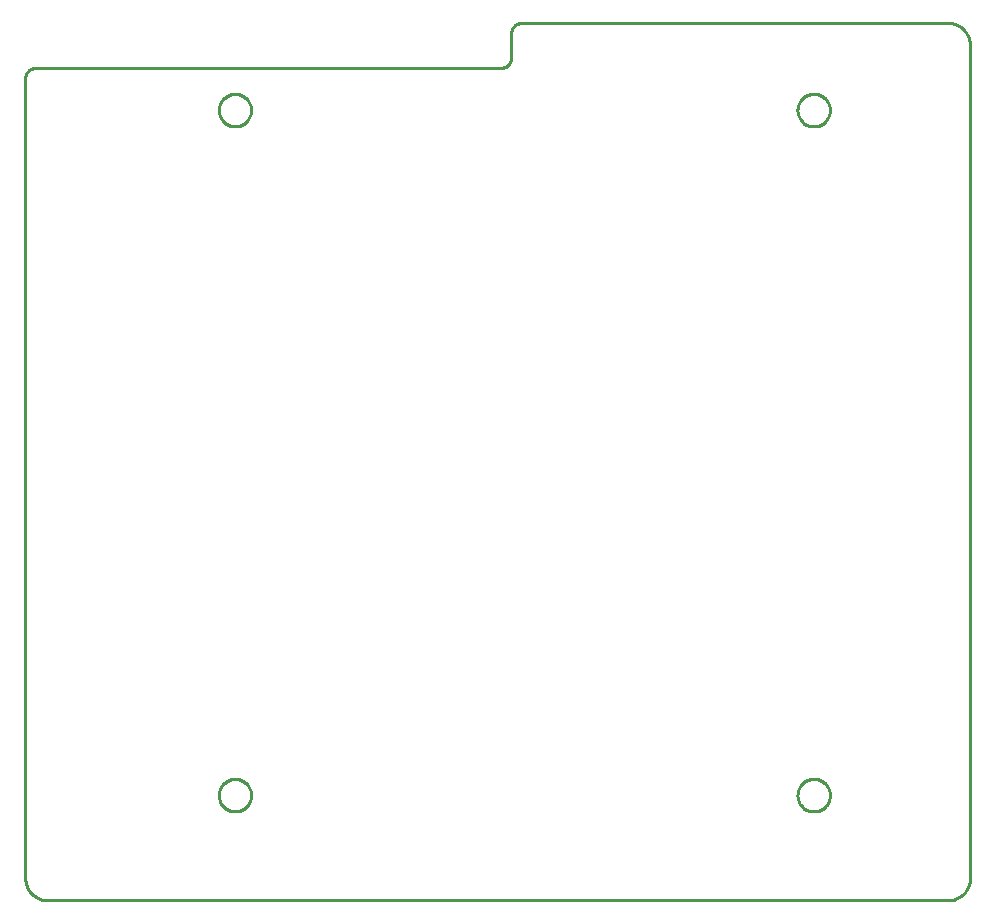
<source format=gko>
G04 EAGLE Gerber RS-274X export*
G75*
%MOMM*%
%FSLAX34Y34*%
%LPD*%
%INBoard Outline*%
%IPPOS*%
%AMOC8*
5,1,8,0,0,1.08239X$1,22.5*%
G01*
%ADD10C,0.152400*%
%ADD11C,0.000000*%
%ADD12C,0.254000*%


D10*
X-16764Y3048D02*
X-16764Y679958D01*
X-16761Y680173D01*
X-16754Y680388D01*
X-16741Y680602D01*
X-16722Y680816D01*
X-16699Y681030D01*
X-16671Y681243D01*
X-16637Y681455D01*
X-16598Y681666D01*
X-16555Y681876D01*
X-16506Y682086D01*
X-16452Y682293D01*
X-16393Y682500D01*
X-16329Y682705D01*
X-16260Y682909D01*
X-16186Y683110D01*
X-16108Y683310D01*
X-16024Y683508D01*
X-15936Y683704D01*
X-15843Y683898D01*
X-15746Y684089D01*
X-15644Y684278D01*
X-15537Y684465D01*
X-15426Y684649D01*
X-15310Y684830D01*
X-15190Y685008D01*
X-15066Y685183D01*
X-14938Y685356D01*
X-14805Y685525D01*
X-14669Y685691D01*
X-14528Y685853D01*
X-14384Y686012D01*
X-14236Y686168D01*
X-14084Y686320D01*
X-13928Y686468D01*
X-13769Y686612D01*
X-13607Y686753D01*
X-13441Y686889D01*
X-13272Y687022D01*
X-13099Y687150D01*
X-12924Y687274D01*
X-12746Y687394D01*
X-12565Y687510D01*
X-12381Y687621D01*
X-12194Y687728D01*
X-12005Y687830D01*
X-11814Y687927D01*
X-11620Y688020D01*
X-11424Y688108D01*
X-11226Y688192D01*
X-11026Y688270D01*
X-10825Y688344D01*
X-10621Y688413D01*
X-10416Y688477D01*
X-10209Y688536D01*
X-10002Y688590D01*
X-9792Y688639D01*
X-9582Y688682D01*
X-9371Y688721D01*
X-9159Y688755D01*
X-8946Y688783D01*
X-8732Y688806D01*
X-8518Y688825D01*
X-8304Y688838D01*
X-8089Y688845D01*
X-7874Y688848D01*
X385826Y688848D01*
X386041Y688851D01*
X386256Y688858D01*
X386470Y688871D01*
X386684Y688890D01*
X386898Y688913D01*
X387111Y688941D01*
X387323Y688975D01*
X387534Y689014D01*
X387744Y689057D01*
X387954Y689106D01*
X388161Y689160D01*
X388368Y689219D01*
X388573Y689283D01*
X388777Y689352D01*
X388978Y689426D01*
X389178Y689504D01*
X389376Y689588D01*
X389572Y689676D01*
X389766Y689769D01*
X389957Y689866D01*
X390146Y689968D01*
X390333Y690075D01*
X390517Y690186D01*
X390698Y690302D01*
X390876Y690422D01*
X391051Y690546D01*
X391224Y690674D01*
X391393Y690807D01*
X391559Y690943D01*
X391721Y691084D01*
X391880Y691228D01*
X392036Y691376D01*
X392188Y691528D01*
X392336Y691684D01*
X392480Y691843D01*
X392621Y692005D01*
X392757Y692171D01*
X392890Y692340D01*
X393018Y692513D01*
X393142Y692688D01*
X393262Y692866D01*
X393378Y693047D01*
X393489Y693231D01*
X393596Y693418D01*
X393698Y693607D01*
X393795Y693798D01*
X393888Y693992D01*
X393976Y694188D01*
X394060Y694386D01*
X394138Y694586D01*
X394212Y694787D01*
X394281Y694991D01*
X394345Y695196D01*
X394404Y695403D01*
X394458Y695610D01*
X394507Y695820D01*
X394550Y696030D01*
X394589Y696241D01*
X394623Y696453D01*
X394651Y696666D01*
X394674Y696880D01*
X394693Y697094D01*
X394706Y697308D01*
X394713Y697523D01*
X394716Y697738D01*
X394716Y718058D01*
X394719Y718273D01*
X394726Y718488D01*
X394739Y718702D01*
X394758Y718916D01*
X394781Y719130D01*
X394809Y719343D01*
X394843Y719555D01*
X394882Y719766D01*
X394925Y719976D01*
X394974Y720186D01*
X395028Y720393D01*
X395087Y720600D01*
X395151Y720805D01*
X395220Y721009D01*
X395294Y721210D01*
X395372Y721410D01*
X395456Y721608D01*
X395544Y721804D01*
X395637Y721998D01*
X395734Y722189D01*
X395836Y722378D01*
X395943Y722565D01*
X396054Y722749D01*
X396170Y722930D01*
X396290Y723108D01*
X396414Y723283D01*
X396542Y723456D01*
X396675Y723625D01*
X396811Y723791D01*
X396952Y723953D01*
X397096Y724112D01*
X397244Y724268D01*
X397396Y724420D01*
X397552Y724568D01*
X397711Y724712D01*
X397873Y724853D01*
X398039Y724989D01*
X398208Y725122D01*
X398381Y725250D01*
X398556Y725374D01*
X398734Y725494D01*
X398915Y725610D01*
X399099Y725721D01*
X399286Y725828D01*
X399475Y725930D01*
X399666Y726027D01*
X399860Y726120D01*
X400056Y726208D01*
X400254Y726292D01*
X400454Y726370D01*
X400655Y726444D01*
X400859Y726513D01*
X401064Y726577D01*
X401271Y726636D01*
X401478Y726690D01*
X401688Y726739D01*
X401898Y726782D01*
X402109Y726821D01*
X402321Y726855D01*
X402534Y726883D01*
X402748Y726906D01*
X402962Y726925D01*
X403176Y726938D01*
X403391Y726945D01*
X403606Y726948D01*
X764286Y726948D01*
X764746Y726942D01*
X765206Y726926D01*
X765666Y726898D01*
X766125Y726859D01*
X766582Y726809D01*
X767039Y726748D01*
X767493Y726676D01*
X767946Y726593D01*
X768397Y726499D01*
X768845Y726394D01*
X769291Y726279D01*
X769733Y726153D01*
X770173Y726016D01*
X770609Y725868D01*
X771041Y725710D01*
X771470Y725542D01*
X771894Y725363D01*
X772314Y725174D01*
X772729Y724975D01*
X773139Y724766D01*
X773544Y724547D01*
X773944Y724319D01*
X774338Y724080D01*
X774726Y723833D01*
X775108Y723576D01*
X775483Y723310D01*
X775852Y723035D01*
X776215Y722751D01*
X776570Y722458D01*
X776918Y722157D01*
X777259Y721848D01*
X777593Y721530D01*
X777918Y721205D01*
X778236Y720871D01*
X778545Y720530D01*
X778846Y720182D01*
X779139Y719827D01*
X779423Y719464D01*
X779698Y719095D01*
X779964Y718720D01*
X780221Y718338D01*
X780468Y717950D01*
X780707Y717556D01*
X780935Y717156D01*
X781154Y716751D01*
X781363Y716341D01*
X781562Y715926D01*
X781751Y715506D01*
X781930Y715082D01*
X782098Y714653D01*
X782256Y714221D01*
X782404Y713785D01*
X782541Y713345D01*
X782667Y712903D01*
X782782Y712457D01*
X782887Y712009D01*
X782981Y711558D01*
X783064Y711105D01*
X783136Y710651D01*
X783197Y710194D01*
X783247Y709737D01*
X783286Y709278D01*
X783314Y708818D01*
X783330Y708358D01*
X783336Y707898D01*
X783336Y3048D01*
X783330Y2588D01*
X783314Y2128D01*
X783286Y1668D01*
X783247Y1209D01*
X783197Y752D01*
X783136Y295D01*
X783064Y-159D01*
X782981Y-612D01*
X782887Y-1063D01*
X782782Y-1511D01*
X782667Y-1957D01*
X782541Y-2399D01*
X782404Y-2839D01*
X782256Y-3275D01*
X782098Y-3707D01*
X781930Y-4136D01*
X781751Y-4560D01*
X781562Y-4980D01*
X781363Y-5395D01*
X781154Y-5805D01*
X780935Y-6210D01*
X780707Y-6610D01*
X780468Y-7004D01*
X780221Y-7392D01*
X779964Y-7774D01*
X779698Y-8149D01*
X779423Y-8518D01*
X779139Y-8881D01*
X778846Y-9236D01*
X778545Y-9584D01*
X778236Y-9925D01*
X777918Y-10259D01*
X777593Y-10584D01*
X777259Y-10902D01*
X776918Y-11211D01*
X776570Y-11512D01*
X776215Y-11805D01*
X775852Y-12089D01*
X775483Y-12364D01*
X775108Y-12630D01*
X774726Y-12887D01*
X774338Y-13134D01*
X773944Y-13373D01*
X773544Y-13601D01*
X773139Y-13820D01*
X772729Y-14029D01*
X772314Y-14228D01*
X771894Y-14417D01*
X771470Y-14596D01*
X771041Y-14764D01*
X770609Y-14922D01*
X770173Y-15070D01*
X769733Y-15207D01*
X769291Y-15333D01*
X768845Y-15448D01*
X768397Y-15553D01*
X767946Y-15647D01*
X767493Y-15730D01*
X767039Y-15802D01*
X766582Y-15863D01*
X766125Y-15913D01*
X765666Y-15952D01*
X765206Y-15980D01*
X764746Y-15996D01*
X764286Y-16002D01*
X2286Y-16002D01*
X1826Y-15996D01*
X1366Y-15980D01*
X906Y-15952D01*
X447Y-15913D01*
X-10Y-15863D01*
X-467Y-15802D01*
X-921Y-15730D01*
X-1374Y-15647D01*
X-1825Y-15553D01*
X-2273Y-15448D01*
X-2719Y-15333D01*
X-3161Y-15207D01*
X-3601Y-15070D01*
X-4037Y-14922D01*
X-4469Y-14764D01*
X-4898Y-14596D01*
X-5322Y-14417D01*
X-5742Y-14228D01*
X-6157Y-14029D01*
X-6567Y-13820D01*
X-6972Y-13601D01*
X-7372Y-13373D01*
X-7766Y-13134D01*
X-8154Y-12887D01*
X-8536Y-12630D01*
X-8911Y-12364D01*
X-9280Y-12089D01*
X-9643Y-11805D01*
X-9998Y-11512D01*
X-10346Y-11211D01*
X-10687Y-10902D01*
X-11021Y-10584D01*
X-11346Y-10259D01*
X-11664Y-9925D01*
X-11973Y-9584D01*
X-12274Y-9236D01*
X-12567Y-8881D01*
X-12851Y-8518D01*
X-13126Y-8149D01*
X-13392Y-7774D01*
X-13649Y-7392D01*
X-13896Y-7004D01*
X-14135Y-6610D01*
X-14363Y-6210D01*
X-14582Y-5805D01*
X-14791Y-5395D01*
X-14990Y-4980D01*
X-15179Y-4560D01*
X-15358Y-4136D01*
X-15526Y-3707D01*
X-15684Y-3275D01*
X-15832Y-2839D01*
X-15969Y-2399D01*
X-16095Y-1957D01*
X-16210Y-1511D01*
X-16315Y-1063D01*
X-16409Y-612D01*
X-16492Y-159D01*
X-16564Y295D01*
X-16625Y752D01*
X-16675Y1209D01*
X-16714Y1668D01*
X-16742Y2128D01*
X-16758Y2588D01*
X-16764Y3048D01*
D11*
X637050Y73100D02*
X637054Y73437D01*
X637067Y73775D01*
X637087Y74112D01*
X637116Y74448D01*
X637153Y74783D01*
X637199Y75118D01*
X637252Y75451D01*
X637314Y75782D01*
X637384Y76113D01*
X637462Y76441D01*
X637548Y76767D01*
X637642Y77091D01*
X637744Y77413D01*
X637854Y77732D01*
X637971Y78049D01*
X638097Y78362D01*
X638230Y78672D01*
X638370Y78979D01*
X638518Y79282D01*
X638674Y79582D01*
X638836Y79877D01*
X639006Y80169D01*
X639183Y80456D01*
X639367Y80739D01*
X639558Y81017D01*
X639756Y81291D01*
X639960Y81559D01*
X640171Y81823D01*
X640388Y82081D01*
X640612Y82334D01*
X640842Y82581D01*
X641077Y82823D01*
X641319Y83058D01*
X641566Y83288D01*
X641819Y83512D01*
X642077Y83729D01*
X642341Y83940D01*
X642609Y84144D01*
X642883Y84342D01*
X643161Y84533D01*
X643444Y84717D01*
X643731Y84894D01*
X644023Y85064D01*
X644318Y85226D01*
X644618Y85382D01*
X644921Y85530D01*
X645228Y85670D01*
X645538Y85803D01*
X645851Y85929D01*
X646168Y86046D01*
X646487Y86156D01*
X646809Y86258D01*
X647133Y86352D01*
X647459Y86438D01*
X647787Y86516D01*
X648118Y86586D01*
X648449Y86648D01*
X648782Y86701D01*
X649117Y86747D01*
X649452Y86784D01*
X649788Y86813D01*
X650125Y86833D01*
X650463Y86846D01*
X650800Y86850D01*
X651137Y86846D01*
X651475Y86833D01*
X651812Y86813D01*
X652148Y86784D01*
X652483Y86747D01*
X652818Y86701D01*
X653151Y86648D01*
X653482Y86586D01*
X653813Y86516D01*
X654141Y86438D01*
X654467Y86352D01*
X654791Y86258D01*
X655113Y86156D01*
X655432Y86046D01*
X655749Y85929D01*
X656062Y85803D01*
X656372Y85670D01*
X656679Y85530D01*
X656982Y85382D01*
X657282Y85226D01*
X657577Y85064D01*
X657869Y84894D01*
X658156Y84717D01*
X658439Y84533D01*
X658717Y84342D01*
X658991Y84144D01*
X659259Y83940D01*
X659523Y83729D01*
X659781Y83512D01*
X660034Y83288D01*
X660281Y83058D01*
X660523Y82823D01*
X660758Y82581D01*
X660988Y82334D01*
X661212Y82081D01*
X661429Y81823D01*
X661640Y81559D01*
X661844Y81291D01*
X662042Y81017D01*
X662233Y80739D01*
X662417Y80456D01*
X662594Y80169D01*
X662764Y79877D01*
X662926Y79582D01*
X663082Y79282D01*
X663230Y78979D01*
X663370Y78672D01*
X663503Y78362D01*
X663629Y78049D01*
X663746Y77732D01*
X663856Y77413D01*
X663958Y77091D01*
X664052Y76767D01*
X664138Y76441D01*
X664216Y76113D01*
X664286Y75782D01*
X664348Y75451D01*
X664401Y75118D01*
X664447Y74783D01*
X664484Y74448D01*
X664513Y74112D01*
X664533Y73775D01*
X664546Y73437D01*
X664550Y73100D01*
X664546Y72763D01*
X664533Y72425D01*
X664513Y72088D01*
X664484Y71752D01*
X664447Y71417D01*
X664401Y71082D01*
X664348Y70749D01*
X664286Y70418D01*
X664216Y70087D01*
X664138Y69759D01*
X664052Y69433D01*
X663958Y69109D01*
X663856Y68787D01*
X663746Y68468D01*
X663629Y68151D01*
X663503Y67838D01*
X663370Y67528D01*
X663230Y67221D01*
X663082Y66918D01*
X662926Y66618D01*
X662764Y66323D01*
X662594Y66031D01*
X662417Y65744D01*
X662233Y65461D01*
X662042Y65183D01*
X661844Y64909D01*
X661640Y64641D01*
X661429Y64377D01*
X661212Y64119D01*
X660988Y63866D01*
X660758Y63619D01*
X660523Y63377D01*
X660281Y63142D01*
X660034Y62912D01*
X659781Y62688D01*
X659523Y62471D01*
X659259Y62260D01*
X658991Y62056D01*
X658717Y61858D01*
X658439Y61667D01*
X658156Y61483D01*
X657869Y61306D01*
X657577Y61136D01*
X657282Y60974D01*
X656982Y60818D01*
X656679Y60670D01*
X656372Y60530D01*
X656062Y60397D01*
X655749Y60271D01*
X655432Y60154D01*
X655113Y60044D01*
X654791Y59942D01*
X654467Y59848D01*
X654141Y59762D01*
X653813Y59684D01*
X653482Y59614D01*
X653151Y59552D01*
X652818Y59499D01*
X652483Y59453D01*
X652148Y59416D01*
X651812Y59387D01*
X651475Y59367D01*
X651137Y59354D01*
X650800Y59350D01*
X650463Y59354D01*
X650125Y59367D01*
X649788Y59387D01*
X649452Y59416D01*
X649117Y59453D01*
X648782Y59499D01*
X648449Y59552D01*
X648118Y59614D01*
X647787Y59684D01*
X647459Y59762D01*
X647133Y59848D01*
X646809Y59942D01*
X646487Y60044D01*
X646168Y60154D01*
X645851Y60271D01*
X645538Y60397D01*
X645228Y60530D01*
X644921Y60670D01*
X644618Y60818D01*
X644318Y60974D01*
X644023Y61136D01*
X643731Y61306D01*
X643444Y61483D01*
X643161Y61667D01*
X642883Y61858D01*
X642609Y62056D01*
X642341Y62260D01*
X642077Y62471D01*
X641819Y62688D01*
X641566Y62912D01*
X641319Y63142D01*
X641077Y63377D01*
X640842Y63619D01*
X640612Y63866D01*
X640388Y64119D01*
X640171Y64377D01*
X639960Y64641D01*
X639756Y64909D01*
X639558Y65183D01*
X639367Y65461D01*
X639183Y65744D01*
X639006Y66031D01*
X638836Y66323D01*
X638674Y66618D01*
X638518Y66918D01*
X638370Y67221D01*
X638230Y67528D01*
X638097Y67838D01*
X637971Y68151D01*
X637854Y68468D01*
X637744Y68787D01*
X637642Y69109D01*
X637548Y69433D01*
X637462Y69759D01*
X637384Y70087D01*
X637314Y70418D01*
X637252Y70749D01*
X637199Y71082D01*
X637153Y71417D01*
X637116Y71752D01*
X637087Y72088D01*
X637067Y72425D01*
X637054Y72763D01*
X637050Y73100D01*
X637050Y653100D02*
X637054Y653437D01*
X637067Y653775D01*
X637087Y654112D01*
X637116Y654448D01*
X637153Y654783D01*
X637199Y655118D01*
X637252Y655451D01*
X637314Y655782D01*
X637384Y656113D01*
X637462Y656441D01*
X637548Y656767D01*
X637642Y657091D01*
X637744Y657413D01*
X637854Y657732D01*
X637971Y658049D01*
X638097Y658362D01*
X638230Y658672D01*
X638370Y658979D01*
X638518Y659282D01*
X638674Y659582D01*
X638836Y659877D01*
X639006Y660169D01*
X639183Y660456D01*
X639367Y660739D01*
X639558Y661017D01*
X639756Y661291D01*
X639960Y661559D01*
X640171Y661823D01*
X640388Y662081D01*
X640612Y662334D01*
X640842Y662581D01*
X641077Y662823D01*
X641319Y663058D01*
X641566Y663288D01*
X641819Y663512D01*
X642077Y663729D01*
X642341Y663940D01*
X642609Y664144D01*
X642883Y664342D01*
X643161Y664533D01*
X643444Y664717D01*
X643731Y664894D01*
X644023Y665064D01*
X644318Y665226D01*
X644618Y665382D01*
X644921Y665530D01*
X645228Y665670D01*
X645538Y665803D01*
X645851Y665929D01*
X646168Y666046D01*
X646487Y666156D01*
X646809Y666258D01*
X647133Y666352D01*
X647459Y666438D01*
X647787Y666516D01*
X648118Y666586D01*
X648449Y666648D01*
X648782Y666701D01*
X649117Y666747D01*
X649452Y666784D01*
X649788Y666813D01*
X650125Y666833D01*
X650463Y666846D01*
X650800Y666850D01*
X651137Y666846D01*
X651475Y666833D01*
X651812Y666813D01*
X652148Y666784D01*
X652483Y666747D01*
X652818Y666701D01*
X653151Y666648D01*
X653482Y666586D01*
X653813Y666516D01*
X654141Y666438D01*
X654467Y666352D01*
X654791Y666258D01*
X655113Y666156D01*
X655432Y666046D01*
X655749Y665929D01*
X656062Y665803D01*
X656372Y665670D01*
X656679Y665530D01*
X656982Y665382D01*
X657282Y665226D01*
X657577Y665064D01*
X657869Y664894D01*
X658156Y664717D01*
X658439Y664533D01*
X658717Y664342D01*
X658991Y664144D01*
X659259Y663940D01*
X659523Y663729D01*
X659781Y663512D01*
X660034Y663288D01*
X660281Y663058D01*
X660523Y662823D01*
X660758Y662581D01*
X660988Y662334D01*
X661212Y662081D01*
X661429Y661823D01*
X661640Y661559D01*
X661844Y661291D01*
X662042Y661017D01*
X662233Y660739D01*
X662417Y660456D01*
X662594Y660169D01*
X662764Y659877D01*
X662926Y659582D01*
X663082Y659282D01*
X663230Y658979D01*
X663370Y658672D01*
X663503Y658362D01*
X663629Y658049D01*
X663746Y657732D01*
X663856Y657413D01*
X663958Y657091D01*
X664052Y656767D01*
X664138Y656441D01*
X664216Y656113D01*
X664286Y655782D01*
X664348Y655451D01*
X664401Y655118D01*
X664447Y654783D01*
X664484Y654448D01*
X664513Y654112D01*
X664533Y653775D01*
X664546Y653437D01*
X664550Y653100D01*
X664546Y652763D01*
X664533Y652425D01*
X664513Y652088D01*
X664484Y651752D01*
X664447Y651417D01*
X664401Y651082D01*
X664348Y650749D01*
X664286Y650418D01*
X664216Y650087D01*
X664138Y649759D01*
X664052Y649433D01*
X663958Y649109D01*
X663856Y648787D01*
X663746Y648468D01*
X663629Y648151D01*
X663503Y647838D01*
X663370Y647528D01*
X663230Y647221D01*
X663082Y646918D01*
X662926Y646618D01*
X662764Y646323D01*
X662594Y646031D01*
X662417Y645744D01*
X662233Y645461D01*
X662042Y645183D01*
X661844Y644909D01*
X661640Y644641D01*
X661429Y644377D01*
X661212Y644119D01*
X660988Y643866D01*
X660758Y643619D01*
X660523Y643377D01*
X660281Y643142D01*
X660034Y642912D01*
X659781Y642688D01*
X659523Y642471D01*
X659259Y642260D01*
X658991Y642056D01*
X658717Y641858D01*
X658439Y641667D01*
X658156Y641483D01*
X657869Y641306D01*
X657577Y641136D01*
X657282Y640974D01*
X656982Y640818D01*
X656679Y640670D01*
X656372Y640530D01*
X656062Y640397D01*
X655749Y640271D01*
X655432Y640154D01*
X655113Y640044D01*
X654791Y639942D01*
X654467Y639848D01*
X654141Y639762D01*
X653813Y639684D01*
X653482Y639614D01*
X653151Y639552D01*
X652818Y639499D01*
X652483Y639453D01*
X652148Y639416D01*
X651812Y639387D01*
X651475Y639367D01*
X651137Y639354D01*
X650800Y639350D01*
X650463Y639354D01*
X650125Y639367D01*
X649788Y639387D01*
X649452Y639416D01*
X649117Y639453D01*
X648782Y639499D01*
X648449Y639552D01*
X648118Y639614D01*
X647787Y639684D01*
X647459Y639762D01*
X647133Y639848D01*
X646809Y639942D01*
X646487Y640044D01*
X646168Y640154D01*
X645851Y640271D01*
X645538Y640397D01*
X645228Y640530D01*
X644921Y640670D01*
X644618Y640818D01*
X644318Y640974D01*
X644023Y641136D01*
X643731Y641306D01*
X643444Y641483D01*
X643161Y641667D01*
X642883Y641858D01*
X642609Y642056D01*
X642341Y642260D01*
X642077Y642471D01*
X641819Y642688D01*
X641566Y642912D01*
X641319Y643142D01*
X641077Y643377D01*
X640842Y643619D01*
X640612Y643866D01*
X640388Y644119D01*
X640171Y644377D01*
X639960Y644641D01*
X639756Y644909D01*
X639558Y645183D01*
X639367Y645461D01*
X639183Y645744D01*
X639006Y646031D01*
X638836Y646323D01*
X638674Y646618D01*
X638518Y646918D01*
X638370Y647221D01*
X638230Y647528D01*
X638097Y647838D01*
X637971Y648151D01*
X637854Y648468D01*
X637744Y648787D01*
X637642Y649109D01*
X637548Y649433D01*
X637462Y649759D01*
X637384Y650087D01*
X637314Y650418D01*
X637252Y650749D01*
X637199Y651082D01*
X637153Y651417D01*
X637116Y651752D01*
X637087Y652088D01*
X637067Y652425D01*
X637054Y652763D01*
X637050Y653100D01*
X147050Y73100D02*
X147054Y73437D01*
X147067Y73775D01*
X147087Y74112D01*
X147116Y74448D01*
X147153Y74783D01*
X147199Y75118D01*
X147252Y75451D01*
X147314Y75782D01*
X147384Y76113D01*
X147462Y76441D01*
X147548Y76767D01*
X147642Y77091D01*
X147744Y77413D01*
X147854Y77732D01*
X147971Y78049D01*
X148097Y78362D01*
X148230Y78672D01*
X148370Y78979D01*
X148518Y79282D01*
X148674Y79582D01*
X148836Y79877D01*
X149006Y80169D01*
X149183Y80456D01*
X149367Y80739D01*
X149558Y81017D01*
X149756Y81291D01*
X149960Y81559D01*
X150171Y81823D01*
X150388Y82081D01*
X150612Y82334D01*
X150842Y82581D01*
X151077Y82823D01*
X151319Y83058D01*
X151566Y83288D01*
X151819Y83512D01*
X152077Y83729D01*
X152341Y83940D01*
X152609Y84144D01*
X152883Y84342D01*
X153161Y84533D01*
X153444Y84717D01*
X153731Y84894D01*
X154023Y85064D01*
X154318Y85226D01*
X154618Y85382D01*
X154921Y85530D01*
X155228Y85670D01*
X155538Y85803D01*
X155851Y85929D01*
X156168Y86046D01*
X156487Y86156D01*
X156809Y86258D01*
X157133Y86352D01*
X157459Y86438D01*
X157787Y86516D01*
X158118Y86586D01*
X158449Y86648D01*
X158782Y86701D01*
X159117Y86747D01*
X159452Y86784D01*
X159788Y86813D01*
X160125Y86833D01*
X160463Y86846D01*
X160800Y86850D01*
X161137Y86846D01*
X161475Y86833D01*
X161812Y86813D01*
X162148Y86784D01*
X162483Y86747D01*
X162818Y86701D01*
X163151Y86648D01*
X163482Y86586D01*
X163813Y86516D01*
X164141Y86438D01*
X164467Y86352D01*
X164791Y86258D01*
X165113Y86156D01*
X165432Y86046D01*
X165749Y85929D01*
X166062Y85803D01*
X166372Y85670D01*
X166679Y85530D01*
X166982Y85382D01*
X167282Y85226D01*
X167577Y85064D01*
X167869Y84894D01*
X168156Y84717D01*
X168439Y84533D01*
X168717Y84342D01*
X168991Y84144D01*
X169259Y83940D01*
X169523Y83729D01*
X169781Y83512D01*
X170034Y83288D01*
X170281Y83058D01*
X170523Y82823D01*
X170758Y82581D01*
X170988Y82334D01*
X171212Y82081D01*
X171429Y81823D01*
X171640Y81559D01*
X171844Y81291D01*
X172042Y81017D01*
X172233Y80739D01*
X172417Y80456D01*
X172594Y80169D01*
X172764Y79877D01*
X172926Y79582D01*
X173082Y79282D01*
X173230Y78979D01*
X173370Y78672D01*
X173503Y78362D01*
X173629Y78049D01*
X173746Y77732D01*
X173856Y77413D01*
X173958Y77091D01*
X174052Y76767D01*
X174138Y76441D01*
X174216Y76113D01*
X174286Y75782D01*
X174348Y75451D01*
X174401Y75118D01*
X174447Y74783D01*
X174484Y74448D01*
X174513Y74112D01*
X174533Y73775D01*
X174546Y73437D01*
X174550Y73100D01*
X174546Y72763D01*
X174533Y72425D01*
X174513Y72088D01*
X174484Y71752D01*
X174447Y71417D01*
X174401Y71082D01*
X174348Y70749D01*
X174286Y70418D01*
X174216Y70087D01*
X174138Y69759D01*
X174052Y69433D01*
X173958Y69109D01*
X173856Y68787D01*
X173746Y68468D01*
X173629Y68151D01*
X173503Y67838D01*
X173370Y67528D01*
X173230Y67221D01*
X173082Y66918D01*
X172926Y66618D01*
X172764Y66323D01*
X172594Y66031D01*
X172417Y65744D01*
X172233Y65461D01*
X172042Y65183D01*
X171844Y64909D01*
X171640Y64641D01*
X171429Y64377D01*
X171212Y64119D01*
X170988Y63866D01*
X170758Y63619D01*
X170523Y63377D01*
X170281Y63142D01*
X170034Y62912D01*
X169781Y62688D01*
X169523Y62471D01*
X169259Y62260D01*
X168991Y62056D01*
X168717Y61858D01*
X168439Y61667D01*
X168156Y61483D01*
X167869Y61306D01*
X167577Y61136D01*
X167282Y60974D01*
X166982Y60818D01*
X166679Y60670D01*
X166372Y60530D01*
X166062Y60397D01*
X165749Y60271D01*
X165432Y60154D01*
X165113Y60044D01*
X164791Y59942D01*
X164467Y59848D01*
X164141Y59762D01*
X163813Y59684D01*
X163482Y59614D01*
X163151Y59552D01*
X162818Y59499D01*
X162483Y59453D01*
X162148Y59416D01*
X161812Y59387D01*
X161475Y59367D01*
X161137Y59354D01*
X160800Y59350D01*
X160463Y59354D01*
X160125Y59367D01*
X159788Y59387D01*
X159452Y59416D01*
X159117Y59453D01*
X158782Y59499D01*
X158449Y59552D01*
X158118Y59614D01*
X157787Y59684D01*
X157459Y59762D01*
X157133Y59848D01*
X156809Y59942D01*
X156487Y60044D01*
X156168Y60154D01*
X155851Y60271D01*
X155538Y60397D01*
X155228Y60530D01*
X154921Y60670D01*
X154618Y60818D01*
X154318Y60974D01*
X154023Y61136D01*
X153731Y61306D01*
X153444Y61483D01*
X153161Y61667D01*
X152883Y61858D01*
X152609Y62056D01*
X152341Y62260D01*
X152077Y62471D01*
X151819Y62688D01*
X151566Y62912D01*
X151319Y63142D01*
X151077Y63377D01*
X150842Y63619D01*
X150612Y63866D01*
X150388Y64119D01*
X150171Y64377D01*
X149960Y64641D01*
X149756Y64909D01*
X149558Y65183D01*
X149367Y65461D01*
X149183Y65744D01*
X149006Y66031D01*
X148836Y66323D01*
X148674Y66618D01*
X148518Y66918D01*
X148370Y67221D01*
X148230Y67528D01*
X148097Y67838D01*
X147971Y68151D01*
X147854Y68468D01*
X147744Y68787D01*
X147642Y69109D01*
X147548Y69433D01*
X147462Y69759D01*
X147384Y70087D01*
X147314Y70418D01*
X147252Y70749D01*
X147199Y71082D01*
X147153Y71417D01*
X147116Y71752D01*
X147087Y72088D01*
X147067Y72425D01*
X147054Y72763D01*
X147050Y73100D01*
X147050Y653100D02*
X147054Y653437D01*
X147067Y653775D01*
X147087Y654112D01*
X147116Y654448D01*
X147153Y654783D01*
X147199Y655118D01*
X147252Y655451D01*
X147314Y655782D01*
X147384Y656113D01*
X147462Y656441D01*
X147548Y656767D01*
X147642Y657091D01*
X147744Y657413D01*
X147854Y657732D01*
X147971Y658049D01*
X148097Y658362D01*
X148230Y658672D01*
X148370Y658979D01*
X148518Y659282D01*
X148674Y659582D01*
X148836Y659877D01*
X149006Y660169D01*
X149183Y660456D01*
X149367Y660739D01*
X149558Y661017D01*
X149756Y661291D01*
X149960Y661559D01*
X150171Y661823D01*
X150388Y662081D01*
X150612Y662334D01*
X150842Y662581D01*
X151077Y662823D01*
X151319Y663058D01*
X151566Y663288D01*
X151819Y663512D01*
X152077Y663729D01*
X152341Y663940D01*
X152609Y664144D01*
X152883Y664342D01*
X153161Y664533D01*
X153444Y664717D01*
X153731Y664894D01*
X154023Y665064D01*
X154318Y665226D01*
X154618Y665382D01*
X154921Y665530D01*
X155228Y665670D01*
X155538Y665803D01*
X155851Y665929D01*
X156168Y666046D01*
X156487Y666156D01*
X156809Y666258D01*
X157133Y666352D01*
X157459Y666438D01*
X157787Y666516D01*
X158118Y666586D01*
X158449Y666648D01*
X158782Y666701D01*
X159117Y666747D01*
X159452Y666784D01*
X159788Y666813D01*
X160125Y666833D01*
X160463Y666846D01*
X160800Y666850D01*
X161137Y666846D01*
X161475Y666833D01*
X161812Y666813D01*
X162148Y666784D01*
X162483Y666747D01*
X162818Y666701D01*
X163151Y666648D01*
X163482Y666586D01*
X163813Y666516D01*
X164141Y666438D01*
X164467Y666352D01*
X164791Y666258D01*
X165113Y666156D01*
X165432Y666046D01*
X165749Y665929D01*
X166062Y665803D01*
X166372Y665670D01*
X166679Y665530D01*
X166982Y665382D01*
X167282Y665226D01*
X167577Y665064D01*
X167869Y664894D01*
X168156Y664717D01*
X168439Y664533D01*
X168717Y664342D01*
X168991Y664144D01*
X169259Y663940D01*
X169523Y663729D01*
X169781Y663512D01*
X170034Y663288D01*
X170281Y663058D01*
X170523Y662823D01*
X170758Y662581D01*
X170988Y662334D01*
X171212Y662081D01*
X171429Y661823D01*
X171640Y661559D01*
X171844Y661291D01*
X172042Y661017D01*
X172233Y660739D01*
X172417Y660456D01*
X172594Y660169D01*
X172764Y659877D01*
X172926Y659582D01*
X173082Y659282D01*
X173230Y658979D01*
X173370Y658672D01*
X173503Y658362D01*
X173629Y658049D01*
X173746Y657732D01*
X173856Y657413D01*
X173958Y657091D01*
X174052Y656767D01*
X174138Y656441D01*
X174216Y656113D01*
X174286Y655782D01*
X174348Y655451D01*
X174401Y655118D01*
X174447Y654783D01*
X174484Y654448D01*
X174513Y654112D01*
X174533Y653775D01*
X174546Y653437D01*
X174550Y653100D01*
X174546Y652763D01*
X174533Y652425D01*
X174513Y652088D01*
X174484Y651752D01*
X174447Y651417D01*
X174401Y651082D01*
X174348Y650749D01*
X174286Y650418D01*
X174216Y650087D01*
X174138Y649759D01*
X174052Y649433D01*
X173958Y649109D01*
X173856Y648787D01*
X173746Y648468D01*
X173629Y648151D01*
X173503Y647838D01*
X173370Y647528D01*
X173230Y647221D01*
X173082Y646918D01*
X172926Y646618D01*
X172764Y646323D01*
X172594Y646031D01*
X172417Y645744D01*
X172233Y645461D01*
X172042Y645183D01*
X171844Y644909D01*
X171640Y644641D01*
X171429Y644377D01*
X171212Y644119D01*
X170988Y643866D01*
X170758Y643619D01*
X170523Y643377D01*
X170281Y643142D01*
X170034Y642912D01*
X169781Y642688D01*
X169523Y642471D01*
X169259Y642260D01*
X168991Y642056D01*
X168717Y641858D01*
X168439Y641667D01*
X168156Y641483D01*
X167869Y641306D01*
X167577Y641136D01*
X167282Y640974D01*
X166982Y640818D01*
X166679Y640670D01*
X166372Y640530D01*
X166062Y640397D01*
X165749Y640271D01*
X165432Y640154D01*
X165113Y640044D01*
X164791Y639942D01*
X164467Y639848D01*
X164141Y639762D01*
X163813Y639684D01*
X163482Y639614D01*
X163151Y639552D01*
X162818Y639499D01*
X162483Y639453D01*
X162148Y639416D01*
X161812Y639387D01*
X161475Y639367D01*
X161137Y639354D01*
X160800Y639350D01*
X160463Y639354D01*
X160125Y639367D01*
X159788Y639387D01*
X159452Y639416D01*
X159117Y639453D01*
X158782Y639499D01*
X158449Y639552D01*
X158118Y639614D01*
X157787Y639684D01*
X157459Y639762D01*
X157133Y639848D01*
X156809Y639942D01*
X156487Y640044D01*
X156168Y640154D01*
X155851Y640271D01*
X155538Y640397D01*
X155228Y640530D01*
X154921Y640670D01*
X154618Y640818D01*
X154318Y640974D01*
X154023Y641136D01*
X153731Y641306D01*
X153444Y641483D01*
X153161Y641667D01*
X152883Y641858D01*
X152609Y642056D01*
X152341Y642260D01*
X152077Y642471D01*
X151819Y642688D01*
X151566Y642912D01*
X151319Y643142D01*
X151077Y643377D01*
X150842Y643619D01*
X150612Y643866D01*
X150388Y644119D01*
X150171Y644377D01*
X149960Y644641D01*
X149756Y644909D01*
X149558Y645183D01*
X149367Y645461D01*
X149183Y645744D01*
X149006Y646031D01*
X148836Y646323D01*
X148674Y646618D01*
X148518Y646918D01*
X148370Y647221D01*
X148230Y647528D01*
X148097Y647838D01*
X147971Y648151D01*
X147854Y648468D01*
X147744Y648787D01*
X147642Y649109D01*
X147548Y649433D01*
X147462Y649759D01*
X147384Y650087D01*
X147314Y650418D01*
X147252Y650749D01*
X147199Y651082D01*
X147153Y651417D01*
X147116Y651752D01*
X147087Y652088D01*
X147067Y652425D01*
X147054Y652763D01*
X147050Y653100D01*
D12*
X-16764Y3048D02*
X-16692Y1388D01*
X-16475Y-260D01*
X-16115Y-1883D01*
X-15615Y-3468D01*
X-14979Y-5003D01*
X-14212Y-6477D01*
X-13319Y-7879D01*
X-12307Y-9197D01*
X-11184Y-10422D01*
X-9959Y-11545D01*
X-8641Y-12557D01*
X-7239Y-13450D01*
X-5765Y-14217D01*
X-4229Y-14853D01*
X-2645Y-15353D01*
X-1022Y-15713D01*
X626Y-15930D01*
X2286Y-16002D01*
X764286Y-16002D01*
X765946Y-15930D01*
X767594Y-15713D01*
X769217Y-15353D01*
X770802Y-14853D01*
X772337Y-14217D01*
X773811Y-13450D01*
X775213Y-12557D01*
X776531Y-11545D01*
X777756Y-10422D01*
X778879Y-9197D01*
X779891Y-7879D01*
X780784Y-6477D01*
X781551Y-5003D01*
X782187Y-3468D01*
X782687Y-1883D01*
X783047Y-260D01*
X783264Y1388D01*
X783336Y3048D01*
X783336Y707898D01*
X783264Y709558D01*
X783047Y711206D01*
X782687Y712829D01*
X782187Y714413D01*
X781551Y715949D01*
X780784Y717423D01*
X779891Y718825D01*
X778879Y720143D01*
X777756Y721368D01*
X776531Y722491D01*
X775213Y723503D01*
X773811Y724396D01*
X772337Y725163D01*
X770801Y725799D01*
X769217Y726299D01*
X767594Y726659D01*
X765946Y726876D01*
X764286Y726948D01*
X403606Y726948D01*
X402831Y726914D01*
X402062Y726813D01*
X401305Y726645D01*
X400565Y726412D01*
X399849Y726115D01*
X399161Y725757D01*
X398507Y725340D01*
X397892Y724868D01*
X397320Y724344D01*
X396796Y723772D01*
X396324Y723157D01*
X395907Y722503D01*
X395549Y721815D01*
X395252Y721099D01*
X395019Y720359D01*
X394851Y719602D01*
X394750Y718833D01*
X394716Y718058D01*
X394716Y697738D01*
X394682Y696963D01*
X394581Y696194D01*
X394413Y695437D01*
X394180Y694697D01*
X393883Y693981D01*
X393525Y693293D01*
X393108Y692639D01*
X392636Y692024D01*
X392112Y691452D01*
X391540Y690928D01*
X390925Y690456D01*
X390271Y690039D01*
X389583Y689681D01*
X388867Y689384D01*
X388127Y689151D01*
X387370Y688983D01*
X386601Y688882D01*
X385826Y688848D01*
X-7874Y688848D01*
X-8649Y688814D01*
X-9418Y688713D01*
X-10175Y688545D01*
X-10915Y688312D01*
X-11631Y688015D01*
X-12319Y687657D01*
X-12973Y687240D01*
X-13588Y686768D01*
X-14160Y686244D01*
X-14684Y685672D01*
X-15156Y685057D01*
X-15573Y684403D01*
X-15931Y683715D01*
X-16228Y682999D01*
X-16461Y682259D01*
X-16629Y681502D01*
X-16730Y680733D01*
X-16764Y679958D01*
X-16764Y3048D01*
X651291Y86850D02*
X652271Y86780D01*
X653243Y86640D01*
X654203Y86431D01*
X655145Y86155D01*
X656065Y85811D01*
X656959Y85403D01*
X657821Y84933D01*
X658647Y84402D01*
X659433Y83813D01*
X660175Y83170D01*
X660870Y82475D01*
X661513Y81733D01*
X662102Y80947D01*
X662633Y80121D01*
X663103Y79259D01*
X663511Y78365D01*
X663855Y77445D01*
X664131Y76503D01*
X664340Y75543D01*
X664480Y74571D01*
X664550Y73591D01*
X664550Y72609D01*
X664480Y71629D01*
X664340Y70657D01*
X664131Y69697D01*
X663855Y68755D01*
X663511Y67835D01*
X663103Y66941D01*
X662633Y66079D01*
X662102Y65253D01*
X661513Y64467D01*
X660870Y63725D01*
X660175Y63030D01*
X659433Y62387D01*
X658647Y61798D01*
X657821Y61267D01*
X656959Y60797D01*
X656065Y60389D01*
X655145Y60045D01*
X654203Y59769D01*
X653243Y59560D01*
X652271Y59420D01*
X651291Y59350D01*
X650309Y59350D01*
X649329Y59420D01*
X648357Y59560D01*
X647397Y59769D01*
X646455Y60045D01*
X645535Y60389D01*
X644641Y60797D01*
X643779Y61267D01*
X642953Y61798D01*
X642167Y62387D01*
X641425Y63030D01*
X640730Y63725D01*
X640087Y64467D01*
X639498Y65253D01*
X638967Y66079D01*
X638497Y66941D01*
X638089Y67835D01*
X637745Y68755D01*
X637469Y69697D01*
X637260Y70657D01*
X637120Y71629D01*
X637050Y72609D01*
X637050Y73591D01*
X637120Y74571D01*
X637260Y75543D01*
X637469Y76503D01*
X637745Y77445D01*
X638089Y78365D01*
X638497Y79259D01*
X638967Y80121D01*
X639498Y80947D01*
X640087Y81733D01*
X640730Y82475D01*
X641425Y83170D01*
X642167Y83813D01*
X642953Y84402D01*
X643779Y84933D01*
X644641Y85403D01*
X645535Y85811D01*
X646455Y86155D01*
X647397Y86431D01*
X648357Y86640D01*
X649329Y86780D01*
X650309Y86850D01*
X651291Y86850D01*
X651291Y666850D02*
X652271Y666780D01*
X653243Y666640D01*
X654203Y666431D01*
X655145Y666155D01*
X656065Y665811D01*
X656959Y665403D01*
X657821Y664933D01*
X658647Y664402D01*
X659433Y663813D01*
X660175Y663170D01*
X660870Y662475D01*
X661513Y661733D01*
X662102Y660947D01*
X662633Y660121D01*
X663103Y659259D01*
X663511Y658365D01*
X663855Y657445D01*
X664131Y656503D01*
X664340Y655543D01*
X664480Y654571D01*
X664550Y653591D01*
X664550Y652609D01*
X664480Y651629D01*
X664340Y650657D01*
X664131Y649697D01*
X663855Y648755D01*
X663511Y647835D01*
X663103Y646941D01*
X662633Y646079D01*
X662102Y645253D01*
X661513Y644467D01*
X660870Y643725D01*
X660175Y643030D01*
X659433Y642387D01*
X658647Y641798D01*
X657821Y641267D01*
X656959Y640797D01*
X656065Y640389D01*
X655145Y640045D01*
X654203Y639769D01*
X653243Y639560D01*
X652271Y639420D01*
X651291Y639350D01*
X650309Y639350D01*
X649329Y639420D01*
X648357Y639560D01*
X647397Y639769D01*
X646455Y640045D01*
X645535Y640389D01*
X644641Y640797D01*
X643779Y641267D01*
X642953Y641798D01*
X642167Y642387D01*
X641425Y643030D01*
X640730Y643725D01*
X640087Y644467D01*
X639498Y645253D01*
X638967Y646079D01*
X638497Y646941D01*
X638089Y647835D01*
X637745Y648755D01*
X637469Y649697D01*
X637260Y650657D01*
X637120Y651629D01*
X637050Y652609D01*
X637050Y653591D01*
X637120Y654571D01*
X637260Y655543D01*
X637469Y656503D01*
X637745Y657445D01*
X638089Y658365D01*
X638497Y659259D01*
X638967Y660121D01*
X639498Y660947D01*
X640087Y661733D01*
X640730Y662475D01*
X641425Y663170D01*
X642167Y663813D01*
X642953Y664402D01*
X643779Y664933D01*
X644641Y665403D01*
X645535Y665811D01*
X646455Y666155D01*
X647397Y666431D01*
X648357Y666640D01*
X649329Y666780D01*
X650309Y666850D01*
X651291Y666850D01*
X161291Y86850D02*
X162271Y86780D01*
X163243Y86640D01*
X164203Y86431D01*
X165145Y86155D01*
X166065Y85811D01*
X166959Y85403D01*
X167821Y84933D01*
X168647Y84402D01*
X169433Y83813D01*
X170175Y83170D01*
X170870Y82475D01*
X171513Y81733D01*
X172102Y80947D01*
X172633Y80121D01*
X173103Y79259D01*
X173511Y78365D01*
X173855Y77445D01*
X174131Y76503D01*
X174340Y75543D01*
X174480Y74571D01*
X174550Y73591D01*
X174550Y72609D01*
X174480Y71629D01*
X174340Y70657D01*
X174131Y69697D01*
X173855Y68755D01*
X173511Y67835D01*
X173103Y66941D01*
X172633Y66079D01*
X172102Y65253D01*
X171513Y64467D01*
X170870Y63725D01*
X170175Y63030D01*
X169433Y62387D01*
X168647Y61798D01*
X167821Y61267D01*
X166959Y60797D01*
X166065Y60389D01*
X165145Y60045D01*
X164203Y59769D01*
X163243Y59560D01*
X162271Y59420D01*
X161291Y59350D01*
X160309Y59350D01*
X159329Y59420D01*
X158357Y59560D01*
X157397Y59769D01*
X156455Y60045D01*
X155535Y60389D01*
X154641Y60797D01*
X153779Y61267D01*
X152953Y61798D01*
X152167Y62387D01*
X151425Y63030D01*
X150730Y63725D01*
X150087Y64467D01*
X149498Y65253D01*
X148967Y66079D01*
X148497Y66941D01*
X148089Y67835D01*
X147745Y68755D01*
X147469Y69697D01*
X147260Y70657D01*
X147120Y71629D01*
X147050Y72609D01*
X147050Y73591D01*
X147120Y74571D01*
X147260Y75543D01*
X147469Y76503D01*
X147745Y77445D01*
X148089Y78365D01*
X148497Y79259D01*
X148967Y80121D01*
X149498Y80947D01*
X150087Y81733D01*
X150730Y82475D01*
X151425Y83170D01*
X152167Y83813D01*
X152953Y84402D01*
X153779Y84933D01*
X154641Y85403D01*
X155535Y85811D01*
X156455Y86155D01*
X157397Y86431D01*
X158357Y86640D01*
X159329Y86780D01*
X160309Y86850D01*
X161291Y86850D01*
X161291Y666850D02*
X162271Y666780D01*
X163243Y666640D01*
X164203Y666431D01*
X165145Y666155D01*
X166065Y665811D01*
X166959Y665403D01*
X167821Y664933D01*
X168647Y664402D01*
X169433Y663813D01*
X170175Y663170D01*
X170870Y662475D01*
X171513Y661733D01*
X172102Y660947D01*
X172633Y660121D01*
X173103Y659259D01*
X173511Y658365D01*
X173855Y657445D01*
X174131Y656503D01*
X174340Y655543D01*
X174480Y654571D01*
X174550Y653591D01*
X174550Y652609D01*
X174480Y651629D01*
X174340Y650657D01*
X174131Y649697D01*
X173855Y648755D01*
X173511Y647835D01*
X173103Y646941D01*
X172633Y646079D01*
X172102Y645253D01*
X171513Y644467D01*
X170870Y643725D01*
X170175Y643030D01*
X169433Y642387D01*
X168647Y641798D01*
X167821Y641267D01*
X166959Y640797D01*
X166065Y640389D01*
X165145Y640045D01*
X164203Y639769D01*
X163243Y639560D01*
X162271Y639420D01*
X161291Y639350D01*
X160309Y639350D01*
X159329Y639420D01*
X158357Y639560D01*
X157397Y639769D01*
X156455Y640045D01*
X155535Y640389D01*
X154641Y640797D01*
X153779Y641267D01*
X152953Y641798D01*
X152167Y642387D01*
X151425Y643030D01*
X150730Y643725D01*
X150087Y644467D01*
X149498Y645253D01*
X148967Y646079D01*
X148497Y646941D01*
X148089Y647835D01*
X147745Y648755D01*
X147469Y649697D01*
X147260Y650657D01*
X147120Y651629D01*
X147050Y652609D01*
X147050Y653591D01*
X147120Y654571D01*
X147260Y655543D01*
X147469Y656503D01*
X147745Y657445D01*
X148089Y658365D01*
X148497Y659259D01*
X148967Y660121D01*
X149498Y660947D01*
X150087Y661733D01*
X150730Y662475D01*
X151425Y663170D01*
X152167Y663813D01*
X152953Y664402D01*
X153779Y664933D01*
X154641Y665403D01*
X155535Y665811D01*
X156455Y666155D01*
X157397Y666431D01*
X158357Y666640D01*
X159329Y666780D01*
X160309Y666850D01*
X161291Y666850D01*
M02*

</source>
